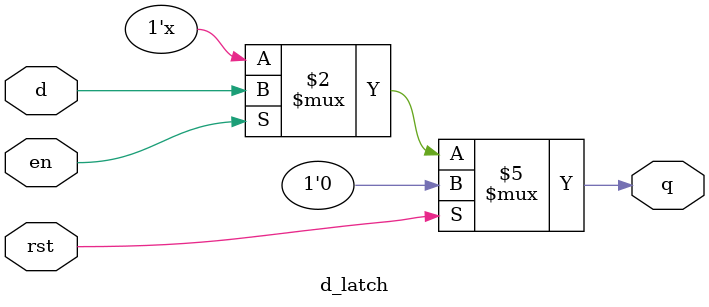
<source format=v>
module d_latch (
    input d,
    input en,     // Enable signal
    input rst,    // Asynchronous reset
    output reg q
);

    always @(*) begin
        if (rst)
            q <= 1'b0;          // Reset output
        else if (en)
            q <= d;             // Transparent latch when enabled
        // else retain previous value
    end

endmodule

</source>
